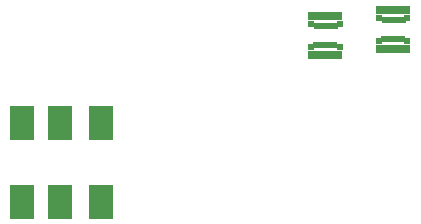
<source format=gbr>
G04 #@! TF.FileFunction,Paste,Top*
%FSLAX46Y46*%
G04 Gerber Fmt 4.6, Leading zero omitted, Abs format (unit mm)*
G04 Created by KiCad (PCBNEW 4.0.7-e2-6376~58~ubuntu16.04.1) date Fri Oct 19 14:23:41 2018*
%MOMM*%
%LPD*%
G01*
G04 APERTURE LIST*
%ADD10C,0.100000*%
%ADD11R,2.000000X2.850000*%
%ADD12R,0.600000X0.500000*%
%ADD13R,3.000000X0.800000*%
%ADD14R,2.000000X0.600000*%
G04 APERTURE END LIST*
D10*
D11*
X64300000Y-49175000D03*
X67500000Y-49175000D03*
X71000000Y-49175000D03*
X64300000Y-55825000D03*
X67500000Y-55825000D03*
X71000000Y-55825000D03*
D12*
X96950000Y-40250000D03*
X94550000Y-40250000D03*
D13*
X95750000Y-39600000D03*
D14*
X95800000Y-40450000D03*
X95750000Y-42050000D03*
D13*
X95750000Y-42900000D03*
D12*
X94550000Y-42250000D03*
X96950000Y-42250000D03*
X91200000Y-40750000D03*
X88800000Y-40750000D03*
D13*
X90000000Y-40100000D03*
D14*
X90050000Y-40950000D03*
X90000000Y-42550000D03*
D13*
X90000000Y-43400000D03*
D12*
X88800000Y-42750000D03*
X91200000Y-42750000D03*
M02*

</source>
